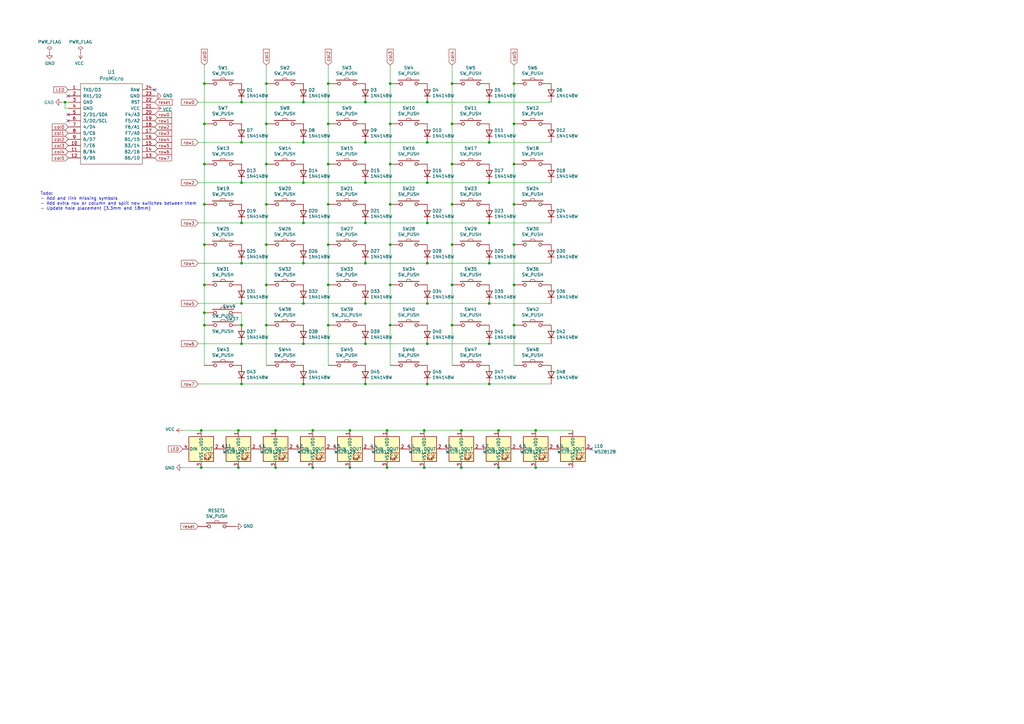
<source format=kicad_sch>
(kicad_sch (version 20211123) (generator eeschema)
  (paper "A3")
  (title_block (title "REVIUNG41") (date "2019-12-18") (rev "1.3"))
  (lib_symbols
    (symbol "Diode:1N4148W" (pin_numbers hide) (pin_names hide)
      (property "Reference" "D" (at 0 2.54 0))
      (property "Value" "1N4148W" (at 0 -2.54 0))
      (symbol "1N4148W_1_1"
        (pin passive line (at -3.81 0 0) (length 2.54) (name "K") (number "1"))
        (pin passive line (at 3.81 0 180) (length 2.54) (name "A") (number "2"))
      )
    )
    (symbol "LED:WS2812B" (pin_names (offset 0.254))
      (property "Reference" "D" (at 5.08 5.715 0))
      (property "Value" "WS2812B" (at 1.27 -5.715 0))
      (symbol "WS2812B_0_0"
        (text "RGB" (at 2.286 -4.191 0) (effects (font (size 0.762 0.762))))
      )
      (symbol "WS2812B_1_1"
        (pin power_in line (at 0 7.62 270) (length 2.54) (name "VDD") (number "1"))
        (pin output line (at 7.62 0 180) (length 2.54) (name "DOUT") (number "2"))
        (pin power_in line (at 0 -7.62 90) (length 2.54) (name "VSS") (number "3"))
        (pin input line (at -7.62 0 0) (length 2.54) (name "DIN") (number "4"))
      )
    )
    (symbol "power:GND" (power) (pin_names (offset 0))
      (property "Value" "GND" (at 0 -3.81 0))
      (symbol "GND_1_1"
        (pin power_in line (at 0 0 270) (length 0) hide (name "GND") (number "1"))
      )
    )
    (symbol "power:PWR_FLAG" (power) (pin_numbers hide) (pin_names (offset 0) hide)
      (property "Value" "PWR_FLAG" (at 0 3.81 0))
      (symbol "PWR_FLAG_0_0"
        (pin power_out line (at 0 0 90) (length 0) (name "pwr") (number "1"))
      )
    )
    (symbol "power:VCC" (power) (pin_names (offset 0))
      (property "Value" "VCC" (at 0 3.81 0))
      (symbol "VCC_1_1"
        (pin power_in line (at 0 0 90) (length 0) hide (name "VCC") (number "1"))
      )
    )
    (symbol "reviung41-rescue:ProMicro-_reviung-kbd" (pin_names (offset 1.016))
      (property "Reference" "U" (at 0 24.13 0))
      (property "Value" "ProMicro-_reviung-kbd" (at 0 -13.97 0))
      (symbol "ProMicro-_reviung-kbd_1_1"
        (pin bidirectional line (at -17.78 19.05 0) (length 5.08) (name "TX0/D3") (number "1"))
        (pin bidirectional line (at -17.78 -3.81 0) (length 5.08) (name "7/E6") (number "10"))
        (pin bidirectional line (at -17.78 -6.35 0) (length 5.08) (name "8/B4") (number "11"))
        (pin bidirectional line (at -17.78 -8.89 0) (length 5.08) (name "9/B5") (number "12"))
        (pin bidirectional line (at 17.78 -8.89 180) (length 5.08) (name "B6/10") (number "13"))
        (pin bidirectional line (at 17.78 -6.35 180) (length 5.08) (name "B2/16") (number "14"))
        (pin bidirectional line (at 17.78 -3.81 180) (length 5.08) (name "B3/14") (number "15"))
        (pin bidirectional line (at 17.78 -1.27 180) (length 5.08) (name "B1/15") (number "16"))
        (pin bidirectional line (at 17.78 1.27 180) (length 5.08) (name "F7/A0") (number "17"))
        (pin bidirectional line (at 17.78 3.81 180) (length 5.08) (name "F6/A1") (number "18"))
        (pin bidirectional line (at 17.78 6.35 180) (length 5.08) (name "F5/A2") (number "19"))
        (pin bidirectional line (at -17.78 16.51 0) (length 5.08) (name "RX1/D2") (number "2"))
        (pin bidirectional line (at 17.78 8.89 180) (length 5.08) (name "F4/A3") (number "20"))
        (pin power_in line (at 17.78 11.43 180) (length 5.08) (name "VCC") (number "21"))
        (pin input line (at 17.78 13.97 180) (length 5.08) (name "RST") (number "22"))
        (pin power_in line (at 17.78 16.51 180) (length 5.08) (name "GND") (number "23"))
        (pin power_out line (at 17.78 19.05 180) (length 5.08) (name "RAW") (number "24"))
        (pin power_in line (at -17.78 13.97 0) (length 5.08) (name "GND") (number "3"))
        (pin power_in line (at -17.78 11.43 0) (length 5.08) (name "GND") (number "4"))
        (pin bidirectional line (at -17.78 8.89 0) (length 5.08) (name "2/D1/SDA") (number "5"))
        (pin bidirectional line (at -17.78 6.35 0) (length 5.08) (name "3/D0/SCL") (number "6"))
        (pin bidirectional line (at -17.78 3.81 0) (length 5.08) (name "4/D4") (number "7"))
        (pin bidirectional line (at -17.78 1.27 0) (length 5.08) (name "5/C6") (number "8"))
        (pin bidirectional line (at -17.78 -1.27 0) (length 5.08) (name "6/D7") (number "9"))
      )
    )
    (symbol "reviung41-rescue:SW_PUSH-_reviung-kbd" (pin_numbers hide) (pin_names (offset 1.016) hide)
      (property "Reference" "SW" (at 3.81 2.794 0))
      (property "Value" "SW_PUSH-_reviung-kbd" (at 0 -2.032 0))
      (symbol "SW_PUSH-_reviung-kbd_0_1"
        (pin passive inverted (at -7.62 0 0) (length 5.08) (name "1") (number "1"))
        (pin passive inverted (at 7.62 0 180) (length 5.08) (name "2") (number "2"))
      )
    )
  )
  (junction (at 219.71 191.77))
  (junction (at 175.26 140.97))
  (junction (at 175.26 74.93))
  (junction (at 204.47 176.53))
  (junction (at 99.06 133.35))
  (junction (at 149.86 124.46))
  (junction (at 124.46 124.46))
  (junction (at 185.42 50.8))
  (junction (at 109.22 67.31))
  (junction (at 124.46 58.42))
  (junction (at 149.86 74.93))
  (junction (at 83.82 128.27))
  (junction (at 83.82 116.84))
  (junction (at 204.47 191.77))
  (junction (at 200.66 74.93))
  (junction (at 99.06 58.42))
  (junction (at 124.46 91.44))
  (junction (at 175.26 41.91))
  (junction (at 99.06 157.48))
  (junction (at 160.02 34.29))
  (junction (at 189.23 191.77))
  (junction (at 97.79 191.77))
  (junction (at 200.66 107.95))
  (junction (at 82.55 176.53))
  (junction (at 113.03 176.53))
  (junction (at 160.02 83.82))
  (junction (at 149.86 107.95))
  (junction (at 134.62 34.29))
  (junction (at 109.22 133.35))
  (junction (at 134.62 116.84))
  (junction (at 128.27 176.53))
  (junction (at 160.02 67.31))
  (junction (at 200.66 124.46))
  (junction (at 185.42 34.29))
  (junction (at 200.66 41.91))
  (junction (at 134.62 133.35))
  (junction (at 185.42 100.33))
  (junction (at 83.82 133.35))
  (junction (at 83.82 100.33))
  (junction (at 149.86 157.48))
  (junction (at 99.06 74.93))
  (junction (at 158.75 176.53))
  (junction (at 210.82 67.31))
  (junction (at 200.66 58.42))
  (junction (at 189.23 176.53))
  (junction (at 185.42 83.82))
  (junction (at 160.02 133.35))
  (junction (at 109.22 50.8))
  (junction (at 109.22 100.33))
  (junction (at 26.67 41.91))
  (junction (at 83.82 83.82))
  (junction (at 149.86 41.91))
  (junction (at 99.06 91.44))
  (junction (at 143.51 191.77))
  (junction (at 160.02 100.33))
  (junction (at 113.03 191.77))
  (junction (at 99.06 107.95))
  (junction (at 124.46 157.48))
  (junction (at 83.82 67.31))
  (junction (at 210.82 50.8))
  (junction (at 134.62 50.8))
  (junction (at 175.26 107.95))
  (junction (at 173.99 191.77))
  (junction (at 134.62 67.31))
  (junction (at 124.46 140.97))
  (junction (at 210.82 116.84))
  (junction (at 160.02 50.8))
  (junction (at 185.42 133.35))
  (junction (at 99.06 140.97))
  (junction (at 149.86 140.97))
  (junction (at 210.82 34.29))
  (junction (at 200.66 157.48))
  (junction (at 200.66 91.44))
  (junction (at 134.62 100.33))
  (junction (at 149.86 91.44))
  (junction (at 124.46 41.91))
  (junction (at 175.26 124.46))
  (junction (at 210.82 100.33))
  (junction (at 210.82 83.82))
  (junction (at 124.46 74.93))
  (junction (at 158.75 191.77))
  (junction (at 160.02 116.84))
  (junction (at 149.86 58.42))
  (junction (at 109.22 34.29))
  (junction (at 99.06 41.91))
  (junction (at 83.82 34.29))
  (junction (at 175.26 157.48))
  (junction (at 173.99 176.53))
  (junction (at 124.46 107.95))
  (junction (at 210.82 133.35))
  (junction (at 175.26 58.42))
  (junction (at 128.27 191.77))
  (junction (at 185.42 67.31))
  (junction (at 175.26 91.44))
  (junction (at 99.06 124.46))
  (junction (at 82.55 191.77))
  (junction (at 185.42 116.84))
  (junction (at 143.51 176.53))
  (junction (at 83.82 50.8))
  (junction (at 97.79 176.53))
  (junction (at 134.62 83.82))
  (junction (at 109.22 116.84))
  (junction (at 200.66 140.97))
  (junction (at 109.22 83.82))
  (junction (at 219.71 176.53))
  (no_connect (at 242.57 184.15))
  (no_connect (at 27.94 49.53))
  (no_connect (at 27.94 46.99))
  (no_connect (at 27.94 39.37))
  (no_connect (at 63.5 36.83))
  (wire (pts (xy 134.62 83.82) (xy 134.62 100.33)))
  (wire (pts (xy 185.42 100.33) (xy 185.42 116.84)))
  (wire (pts (xy 26.67 44.45) (xy 26.67 41.91)))
  (wire (pts (xy 109.22 100.33) (xy 109.22 116.84)))
  (wire (pts (xy 113.03 176.53) (xy 128.27 176.53)))
  (wire (pts (xy 149.86 107.95) (xy 175.26 107.95)))
  (wire (pts (xy 160.02 34.29) (xy 160.02 50.8)))
  (wire (pts (xy 109.22 50.8) (xy 109.22 67.31)))
  (wire (pts (xy 124.46 140.97) (xy 149.86 140.97)))
  (wire (pts (xy 83.82 67.31) (xy 83.82 83.82)))
  (wire (pts (xy 113.03 191.77) (xy 97.79 191.77)))
  (wire (pts (xy 143.51 191.77) (xy 158.75 191.77)))
  (wire (pts (xy 160.02 26.67) (xy 160.02 34.29)))
  (wire (pts (xy 210.82 34.29) (xy 210.82 50.8)))
  (wire (pts (xy 99.06 124.46) (xy 124.46 124.46)))
  (wire (pts (xy 109.22 26.67) (xy 109.22 34.29)))
  (wire (pts (xy 160.02 83.82) (xy 160.02 100.33)))
  (wire (pts (xy 81.28 157.48) (xy 99.06 157.48)))
  (wire (pts (xy 83.82 50.8) (xy 83.82 67.31)))
  (wire (pts (xy 210.82 83.82) (xy 210.82 100.33)))
  (wire (pts (xy 200.66 41.91) (xy 226.06 41.91)))
  (wire (pts (xy 175.26 107.95) (xy 200.66 107.95)))
  (wire (pts (xy 81.28 124.46) (xy 99.06 124.46)))
  (wire (pts (xy 109.22 133.35) (xy 109.22 149.86)))
  (wire (pts (xy 83.82 133.35) (xy 83.82 149.86)))
  (wire (pts (xy 189.23 191.77) (xy 204.47 191.77)))
  (wire (pts (xy 109.22 83.82) (xy 109.22 100.33)))
  (wire (pts (xy 27.94 41.91) (xy 26.67 41.91)))
  (wire (pts (xy 99.06 91.44) (xy 124.46 91.44)))
  (wire (pts (xy 175.26 157.48) (xy 200.66 157.48)))
  (wire (pts (xy 149.86 124.46) (xy 175.26 124.46)))
  (wire (pts (xy 113.03 191.77) (xy 128.27 191.77)))
  (wire (pts (xy 149.86 58.42) (xy 175.26 58.42)))
  (wire (pts (xy 99.06 58.42) (xy 124.46 58.42)))
  (wire (pts (xy 175.26 58.42) (xy 200.66 58.42)))
  (wire (pts (xy 99.06 107.95) (xy 124.46 107.95)))
  (wire (pts (xy 124.46 157.48) (xy 149.86 157.48)))
  (wire (pts (xy 200.66 107.95) (xy 226.06 107.95)))
  (wire (pts (xy 124.46 74.93) (xy 149.86 74.93)))
  (wire (pts (xy 134.62 26.67) (xy 134.62 34.29)))
  (wire (pts (xy 160.02 67.31) (xy 160.02 83.82)))
  (wire (pts (xy 200.66 91.44) (xy 226.06 91.44)))
  (wire (pts (xy 124.46 124.46) (xy 149.86 124.46)))
  (wire (pts (xy 185.42 133.35) (xy 185.42 149.86)))
  (wire (pts (xy 83.82 128.27) (xy 83.82 133.35)))
  (wire (pts (xy 204.47 176.53) (xy 219.71 176.53)))
  (wire (pts (xy 210.82 26.67) (xy 210.82 34.29)))
  (wire (pts (xy 200.66 140.97) (xy 226.06 140.97)))
  (wire (pts (xy 99.06 41.91) (xy 124.46 41.91)))
  (wire (pts (xy 175.26 91.44) (xy 200.66 91.44)))
  (wire (pts (xy 160.02 100.33) (xy 160.02 116.84)))
  (wire (pts (xy 200.66 124.46) (xy 226.06 124.46)))
  (wire (pts (xy 173.99 176.53) (xy 189.23 176.53)))
  (wire (pts (xy 210.82 116.84) (xy 210.82 100.33)))
  (wire (pts (xy 134.62 50.8) (xy 134.62 67.31)))
  (wire (pts (xy 128.27 191.77) (xy 143.51 191.77)))
  (wire (pts (xy 81.28 74.93) (xy 99.06 74.93)))
  (wire (pts (xy 185.42 50.8) (xy 185.42 67.31)))
  (wire (pts (xy 26.67 41.91) (xy 25.4 41.91)))
  (wire (pts (xy 99.06 74.93) (xy 124.46 74.93)))
  (wire (pts (xy 134.62 133.35) (xy 134.62 149.86)))
  (wire (pts (xy 83.82 34.29) (xy 83.82 50.8)))
  (wire (pts (xy 149.86 74.93) (xy 175.26 74.93)))
  (wire (pts (xy 82.55 191.77) (xy 97.79 191.77)))
  (wire (pts (xy 185.42 116.84) (xy 185.42 133.35)))
  (wire (pts (xy 149.86 91.44) (xy 175.26 91.44)))
  (wire (pts (xy 83.82 26.67) (xy 83.82 34.29)))
  (wire (pts (xy 134.62 116.84) (xy 134.62 133.35)))
  (wire (pts (xy 83.82 100.33) (xy 83.82 116.84)))
  (wire (pts (xy 97.79 176.53) (xy 113.03 176.53)))
  (wire (pts (xy 109.22 34.29) (xy 109.22 50.8)))
  (wire (pts (xy 204.47 191.77) (xy 219.71 191.77)))
  (wire (pts (xy 109.22 67.31) (xy 109.22 83.82)))
  (wire (pts (xy 81.28 140.97) (xy 99.06 140.97)))
  (wire (pts (xy 83.82 83.82) (xy 83.82 100.33)))
  (wire (pts (xy 160.02 116.84) (xy 160.02 133.35)))
  (wire (pts (xy 124.46 107.95) (xy 149.86 107.95)))
  (wire (pts (xy 134.62 100.33) (xy 134.62 116.84)))
  (wire (pts (xy 189.23 176.53) (xy 204.47 176.53)))
  (wire (pts (xy 175.26 140.97) (xy 200.66 140.97)))
  (wire (pts (xy 175.26 41.91) (xy 200.66 41.91)))
  (wire (pts (xy 128.27 176.53) (xy 143.51 176.53)))
  (wire (pts (xy 124.46 41.91) (xy 149.86 41.91)))
  (wire (pts (xy 149.86 140.97) (xy 175.26 140.97)))
  (wire (pts (xy 74.93 191.77) (xy 82.55 191.77)))
  (wire (pts (xy 143.51 176.53) (xy 158.75 176.53)))
  (wire (pts (xy 175.26 74.93) (xy 200.66 74.93)))
  (wire (pts (xy 185.42 34.29) (xy 185.42 50.8)))
  (wire (pts (xy 160.02 50.8) (xy 160.02 67.31)))
  (wire (pts (xy 99.06 157.48) (xy 124.46 157.48)))
  (wire (pts (xy 82.55 176.53) (xy 97.79 176.53)))
  (wire (pts (xy 81.28 41.91) (xy 99.06 41.91)))
  (wire (pts (xy 99.06 140.97) (xy 124.46 140.97)))
  (wire (pts (xy 210.82 149.86) (xy 210.82 133.35)))
  (wire (pts (xy 124.46 91.44) (xy 149.86 91.44)))
  (wire (pts (xy 109.22 116.84) (xy 109.22 133.35)))
  (wire (pts (xy 149.86 41.91) (xy 175.26 41.91)))
  (wire (pts (xy 81.28 91.44) (xy 99.06 91.44)))
  (wire (pts (xy 173.99 191.77) (xy 189.23 191.77)))
  (wire (pts (xy 158.75 191.77) (xy 173.99 191.77)))
  (wire (pts (xy 99.06 128.27) (xy 99.06 133.35)))
  (wire (pts (xy 185.42 26.67) (xy 185.42 34.29)))
  (wire (pts (xy 219.71 191.77) (xy 234.95 191.77)))
  (wire (pts (xy 210.82 50.8) (xy 210.82 67.31)))
  (wire (pts (xy 134.62 34.29) (xy 134.62 50.8)))
  (wire (pts (xy 149.86 157.48) (xy 175.26 157.48)))
  (wire (pts (xy 134.62 67.31) (xy 134.62 83.82)))
  (wire (pts (xy 185.42 67.31) (xy 185.42 83.82)))
  (wire (pts (xy 81.28 58.42) (xy 99.06 58.42)))
  (wire (pts (xy 158.75 176.53) (xy 173.99 176.53)))
  (wire (pts (xy 210.82 116.84) (xy 210.82 133.35)))
  (wire (pts (xy 185.42 83.82) (xy 185.42 100.33)))
  (wire (pts (xy 175.26 124.46) (xy 200.66 124.46)))
  (wire (pts (xy 81.28 107.95) (xy 99.06 107.95)))
  (wire (pts (xy 74.93 176.53) (xy 82.55 176.53)))
  (wire (pts (xy 210.82 67.31) (xy 210.82 83.82)))
  (wire (pts (xy 160.02 133.35) (xy 160.02 149.86)))
  (wire (pts (xy 83.82 116.84) (xy 83.82 128.27)))
  (wire (pts (xy 200.66 74.93) (xy 226.06 74.93)))
  (wire (pts (xy 200.66 58.42) (xy 226.06 58.42)))
  (wire (pts (xy 200.66 157.48) (xy 226.06 157.48)))
  (wire (pts (xy 124.46 58.42) (xy 149.86 58.42)))
  (wire (pts (xy 27.94 44.45) (xy 26.67 44.45)))
  (wire (pts (xy 219.71 176.53) (xy 234.95 176.53)))
  (text "Todo:\n- Add and link missing symbols\n- Add extra row or column and split new switches between them\n- Update hole placement (3.3mm and 18mm)" (at 16.51 86.36 0) (effects (font (size 1.27 1.27)) (justify left bottom)))
  (global_label "row3" (shape input) (at 63.5 54.61 0) (property "Intersheet References" "${INTERSHEET_REFS}" (effects hide)))
  (global_label "col4" (shape input) (at 185.42 26.67 90) (property "Intersheet References" "${INTERSHEET_REFS}" (effects hide)))
  (global_label "row4" (shape input) (at 81.28 107.95 180) (property "Intersheet References" "${INTERSHEET_REFS}" (effects hide)))
  (global_label "row0" (shape input) (at 81.28 41.91 180) (property "Intersheet References" "${INTERSHEET_REFS}" (effects hide)))
  (global_label "LED" (shape input) (at 27.94 36.83 180) (property "Intersheet References" "${INTERSHEET_REFS}" (effects hide)))
  (global_label "reset" (shape input) (at 63.5 41.91 0) (property "Intersheet References" "${INTERSHEET_REFS}" (effects hide)))
  (global_label "row5" (shape input) (at 81.28 124.46 180) (property "Intersheet References" "${INTERSHEET_REFS}" (effects hide)))
  (global_label "row3" (shape input) (at 81.28 91.44 180) (property "Intersheet References" "${INTERSHEET_REFS}" (effects hide)))
  (global_label "reset" (shape input) (at 81.28 215.9 180) (property "Intersheet References" "${INTERSHEET_REFS}" (effects hide)))
  (global_label "col5" (shape input) (at 27.94 64.77 180) (property "Intersheet References" "${INTERSHEET_REFS}" (effects hide)))
  (global_label "col0" (shape input) (at 83.82 26.67 90) (property "Intersheet References" "${INTERSHEET_REFS}" (effects hide)))
  (global_label "col1" (shape input) (at 27.94 54.61 180) (property "Intersheet References" "${INTERSHEET_REFS}" (effects hide)))
  (global_label "row0" (shape input) (at 63.5 46.99 0) (property "Intersheet References" "${INTERSHEET_REFS}" (effects hide)))
  (global_label "col3" (shape input) (at 27.94 59.69 180) (property "Intersheet References" "${INTERSHEET_REFS}" (effects hide)))
  (global_label "col1" (shape input) (at 109.22 26.67 90) (property "Intersheet References" "${INTERSHEET_REFS}" (effects hide)))
  (global_label "col4" (shape input) (at 27.94 62.23 180) (property "Intersheet References" "${INTERSHEET_REFS}" (effects hide)))
  (global_label "LED" (shape input) (at 74.93 184.15 180) (property "Intersheet References" "${INTERSHEET_REFS}" (effects hide)))
  (global_label "row2" (shape input) (at 81.28 74.93 180) (property "Intersheet References" "${INTERSHEET_REFS}" (effects hide)))
  (global_label "row1" (shape input) (at 81.28 58.42 180) (property "Intersheet References" "${INTERSHEET_REFS}" (effects hide)))
  (global_label "col2" (shape input) (at 27.94 57.15 180) (property "Intersheet References" "${INTERSHEET_REFS}" (effects hide)))
  (global_label "col2" (shape input) (at 134.62 26.67 90) (property "Intersheet References" "${INTERSHEET_REFS}" (effects hide)))
  (global_label "row6" (shape input) (at 63.5 62.23 0) (property "Intersheet References" "${INTERSHEET_REFS}" (effects hide)))
  (global_label "col3" (shape input) (at 160.02 26.67 90) (property "Intersheet References" "${INTERSHEET_REFS}" (effects hide)))
  (global_label "row4" (shape input) (at 63.5 57.15 0) (property "Intersheet References" "${INTERSHEET_REFS}" (effects hide)))
  (global_label "row7" (shape input) (at 63.5 64.77 0) (property "Intersheet References" "${INTERSHEET_REFS}" (effects hide)))
  (global_label "row1" (shape input) (at 63.5 49.53 0) (property "Intersheet References" "${INTERSHEET_REFS}" (effects hide)))
  (global_label "row2" (shape input) (at 63.5 52.07 0) (property "Intersheet References" "${INTERSHEET_REFS}" (effects hide)))
  (global_label "col0" (shape input) (at 27.94 52.07 180) (property "Intersheet References" "${INTERSHEET_REFS}" (effects hide)))
  (global_label "col5" (shape input) (at 210.82 26.67 90) (property "Intersheet References" "${INTERSHEET_REFS}" (effects hide)))
  (global_label "row5" (shape input) (at 63.5 59.69 0) (property "Intersheet References" "${INTERSHEET_REFS}" (effects hide)))
  (global_label "row7" (shape input) (at 81.28 157.48 180) (property "Intersheet References" "${INTERSHEET_REFS}" (effects hide)))
  (global_label "row6" (shape input) (at 81.28 140.97 180) (property "Intersheet References" "${INTERSHEET_REFS}" (effects hide)))
  (symbol (lib_id "power:PWR_FLAG") (at 20.32 21.59 0) (unit 1)
    (property "Reference" "#FLG01" (effects hide))
    (property "Value" "PWR_FLAG" (at 20.32 17.1958 0))
  )
  (symbol (lib_id "power:GND") (at 20.32 21.59 0) (unit 1)
    (property "Reference" "#PWR01" (effects hide))
    (property "Value" "GND" (at 20.447 25.9842 0))
  )
  (symbol (lib_id "power:PWR_FLAG") (at 33.02 21.59 0) (unit 1)
    (property "Reference" "#FLG02" (effects hide))
    (property "Value" "PWR_FLAG" (at 33.02 17.1958 0))
  )
  (symbol (lib_id "power:VCC") (at 33.02 21.59 180) (unit 1)
    (property "Reference" "#PWR02" (effects hide))
    (property "Value" "VCC" (at 32.5628 25.9842 0))
  )
  (symbol (lib_id "reviung41-rescue:ProMicro-_reviung-kbd") (at 45.72 55.88 0) (unit 1)
    (property "Reference" "U1" (at 45.72 29.5402 0) (effects (font (size 1.524 1.524))))
    (property "Value" "ProMicro" (at 45.72 32.2326 0) (effects (font (size 1.524 1.524))))
    (property "Footprint" "_reviung-kbd:ProMicro" (effects hide))
  )
  (symbol (lib_id "power:GND") (at 63.5 39.37 90) (unit 1)
    (property "Reference" "#PWR03" (effects hide))
    (property "Value" "GND" (at 66.7512 39.243 90) (effects (justify right)))
  )
  (symbol (lib_id "power:VCC") (at 63.5 44.45 270) (unit 1)
    (property "Reference" "#PWR05" (effects hide))
    (property "Value" "VCC" (at 66.7512 44.8818 90) (effects (justify left)))
  )
  (symbol (lib_id "power:GND") (at 25.4 41.91 270) (unit 1)
    (property "Reference" "#PWR04" (effects hide))
    (property "Value" "GND" (at 22.1488 42.037 90) (effects (justify right)))
  )
  (symbol (lib_id "reviung41-rescue:SW_PUSH-_reviung-kbd") (at 91.44 34.29 0) (unit 1)
    (property "Reference" "SW1" (at 91.44 27.813 0))
    (property "Value" "SW_PUSH" (at 91.44 30.1244 0))
    (property "Footprint" "_reviung-kbd:MXOnly-1U-Hotswap" (effects hide))
  )
  (symbol (lib_id "Diode:1N4148W") (at 99.06 38.1 90) (unit 1)
    (property "Reference" "D1" (at 101.092 36.9316 90) (effects (justify right)))
    (property "Value" "1N4148W" (at 101.092 39.243 90) (effects (justify right)))
    (property "Footprint" "_reviung-kbd:D3_SMD_1side" (effects hide))
    (property "Datasheet" "https://www.vishay.com/docs/85748/1n4148w.pdf" (effects hide))
  )
  (symbol (lib_id "reviung41-rescue:SW_PUSH-_reviung-kbd") (at 116.84 34.29 0) (unit 1)
    (property "Reference" "SW2" (at 116.84 27.813 0))
    (property "Value" "SW_PUSH" (at 116.84 30.1244 0))
    (property "Footprint" "_reviung-kbd:MXOnly-1U-Hotswap" (effects hide))
  )
  (symbol (lib_id "Diode:1N4148W") (at 124.46 38.1 90) (unit 1)
    (property "Reference" "D2" (at 126.492 36.9316 90) (effects (justify right)))
    (property "Value" "1N4148W" (at 126.492 39.243 90) (effects (justify right)))
    (property "Footprint" "_reviung-kbd:D3_SMD_1side" (effects hide))
    (property "Datasheet" "https://www.vishay.com/docs/85748/1n4148w.pdf" (effects hide))
  )
  (symbol (lib_id "reviung41-rescue:SW_PUSH-_reviung-kbd") (at 142.24 34.29 0) (unit 1)
    (property "Reference" "SW3" (at 142.24 27.813 0))
    (property "Value" "SW_PUSH" (at 142.24 30.1244 0))
    (property "Footprint" "_reviung-kbd:MXOnly-1U-Hotswap" (effects hide))
  )
  (symbol (lib_id "Diode:1N4148W") (at 149.86 38.1 90) (unit 1)
    (property "Reference" "D3" (at 151.892 36.9316 90) (effects (justify right)))
    (property "Value" "1N4148W" (at 151.892 39.243 90) (effects (justify right)))
    (property "Footprint" "_reviung-kbd:D3_SMD_1side" (effects hide))
    (property "Datasheet" "https://www.vishay.com/docs/85748/1n4148w.pdf" (effects hide))
  )
  (symbol (lib_id "reviung41-rescue:SW_PUSH-_reviung-kbd") (at 167.64 34.29 0) (unit 1)
    (property "Reference" "SW4" (at 167.64 27.813 0))
    (property "Value" "SW_PUSH" (at 167.64 30.1244 0))
    (property "Footprint" "_reviung-kbd:MXOnly-1U-Hotswap" (effects hide))
  )
  (symbol (lib_id "Diode:1N4148W") (at 175.26 38.1 90) (unit 1)
    (property "Reference" "D4" (at 177.292 36.9316 90) (effects (justify right)))
    (property "Value" "1N4148W" (at 177.292 39.243 90) (effects (justify right)))
    (property "Footprint" "_reviung-kbd:D3_SMD_1side" (effects hide))
    (property "Datasheet" "https://www.vishay.com/docs/85748/1n4148w.pdf" (effects hide))
  )
  (symbol (lib_id "reviung41-rescue:SW_PUSH-_reviung-kbd") (at 193.04 34.29 0) (unit 1)
    (property "Reference" "SW5" (at 193.04 27.813 0))
    (property "Value" "SW_PUSH" (at 193.04 30.1244 0))
    (property "Footprint" "_reviung-kbd:MXOnly-1U-Hotswap" (effects hide))
  )
  (symbol (lib_id "Diode:1N4148W") (at 200.66 38.1 90) (unit 1)
    (property "Reference" "D5" (at 202.692 36.9316 90) (effects (justify right)))
    (property "Value" "1N4148W" (at 202.692 39.243 90) (effects (justify right)))
    (property "Footprint" "_reviung-kbd:D3_SMD_1side" (effects hide))
    (property "Datasheet" "https://www.vishay.com/docs/85748/1n4148w.pdf" (effects hide))
  )
  (symbol (lib_id "reviung41-rescue:SW_PUSH-_reviung-kbd") (at 218.44 34.29 0) (unit 1)
    (property "Reference" "SW6" (at 218.44 27.813 0))
    (property "Value" "SW_PUSH" (at 218.44 30.1244 0))
    (property "Footprint" "_reviung-kbd:MXOnly-1U-Hotswap" (effects hide))
  )
  (symbol (lib_id "Diode:1N4148W") (at 226.06 38.1 90) (unit 1)
    (property "Reference" "D6" (at 228.092 36.9316 90) (effects (justify right)))
    (property "Value" "1N4148W" (at 228.092 39.243 90) (effects (justify right)))
    (property "Footprint" "_reviung-kbd:D3_SMD_1side" (effects hide))
    (property "Datasheet" "https://www.vishay.com/docs/85748/1n4148w.pdf" (effects hide))
  )
  (symbol (lib_id "Diode:1N4148W") (at 175.26 54.61 90) (unit 1)
    (property "Reference" "D10" (at 177.292 53.4416 90) (effects (justify right)))
    (property "Value" "1N4148W" (at 177.292 55.753 90) (effects (justify right)))
    (property "Footprint" "_reviung-kbd:D3_SMD_1side" (effects hide))
    (property "Datasheet" "https://www.vishay.com/docs/85748/1n4148w.pdf" (effects hide))
  )
  (symbol (lib_id "reviung41-rescue:SW_PUSH-_reviung-kbd") (at 167.64 50.8 0) (unit 1)
    (property "Reference" "SW10" (at 167.64 44.323 0))
    (property "Value" "SW_PUSH" (at 167.64 46.6344 0))
    (property "Footprint" "_reviung-kbd:MXOnly-1U-Hotswap" (effects hide))
  )
  (symbol (lib_id "Diode:1N4148W") (at 149.86 54.61 90) (unit 1)
    (property "Reference" "D9" (at 151.892 53.4416 90) (effects (justify right)))
    (property "Value" "1N4148W" (at 151.892 55.753 90) (effects (justify right)))
    (property "Footprint" "_reviung-kbd:D3_SMD_1side" (effects hide))
    (property "Datasheet" "https://www.vishay.com/docs/85748/1n4148w.pdf" (effects hide))
  )
  (symbol (lib_id "reviung41-rescue:SW_PUSH-_reviung-kbd") (at 142.24 50.8 0) (unit 1)
    (property "Reference" "SW9" (at 142.24 44.323 0))
    (property "Value" "SW_PUSH" (at 142.24 46.6344 0))
    (property "Footprint" "_reviung-kbd:MXOnly-1U-Hotswap" (effects hide))
  )
  (symbol (lib_id "Diode:1N4148W") (at 124.46 54.61 90) (unit 1)
    (property "Reference" "D8" (at 126.492 53.4416 90) (effects (justify right)))
    (property "Value" "1N4148W" (at 126.492 55.753 90) (effects (justify right)))
    (property "Footprint" "_reviung-kbd:D3_SMD_1side" (effects hide))
    (property "Datasheet" "https://www.vishay.com/docs/85748/1n4148w.pdf" (effects hide))
  )
  (symbol (lib_id "reviung41-rescue:SW_PUSH-_reviung-kbd") (at 116.84 50.8 0) (unit 1)
    (property "Reference" "SW8" (at 116.84 44.323 0))
    (property "Value" "SW_PUSH" (at 116.84 46.6344 0))
    (property "Footprint" "_reviung-kbd:MXOnly-1U-Hotswap" (effects hide))
  )
  (symbol (lib_id "Diode:1N4148W") (at 99.06 54.61 90) (unit 1)
    (property "Reference" "D7" (at 101.092 53.4416 90) (effects (justify right)))
    (property "Value" "1N4148W" (at 101.092 55.753 90) (effects (justify right)))
    (property "Footprint" "_reviung-kbd:D3_SMD_1side" (effects hide))
    (property "Datasheet" "https://www.vishay.com/docs/85748/1n4148w.pdf" (effects hide))
  )
  (symbol (lib_id "reviung41-rescue:SW_PUSH-_reviung-kbd") (at 91.44 50.8 0) (unit 1)
    (property "Reference" "SW7" (at 91.44 44.323 0))
    (property "Value" "SW_PUSH" (at 91.44 46.6344 0))
    (property "Footprint" "_reviung-kbd:MXOnly-1U-Hotswap" (effects hide))
  )
  (symbol (lib_id "reviung41-rescue:SW_PUSH-_reviung-kbd") (at 193.04 50.8 0) (unit 1)
    (property "Reference" "SW11" (at 193.04 44.323 0))
    (property "Value" "SW_PUSH" (at 193.04 46.6344 0))
    (property "Footprint" "_reviung-kbd:MXOnly-1U-Hotswap" (effects hide))
  )
  (symbol (lib_id "Diode:1N4148W") (at 200.66 54.61 90) (unit 1)
    (property "Reference" "D11" (at 202.692 53.4416 90) (effects (justify right)))
    (property "Value" "1N4148W" (at 202.692 55.753 90) (effects (justify right)))
    (property "Footprint" "_reviung-kbd:D3_SMD_1side" (effects hide))
    (property "Datasheet" "https://www.vishay.com/docs/85748/1n4148w.pdf" (effects hide))
  )
  (symbol (lib_id "reviung41-rescue:SW_PUSH-_reviung-kbd") (at 218.44 50.8 0) (unit 1)
    (property "Reference" "SW12" (at 218.44 44.323 0))
    (property "Value" "SW_PUSH" (at 218.44 46.6344 0))
    (property "Footprint" "_reviung-kbd:MXOnly-1U-Hotswap" (effects hide))
  )
  (symbol (lib_id "Diode:1N4148W") (at 226.06 54.61 90) (unit 1)
    (property "Reference" "D12" (at 228.092 53.4416 90) (effects (justify right)))
    (property "Value" "1N4148W" (at 228.092 55.753 90) (effects (justify right)))
    (property "Footprint" "_reviung-kbd:D3_SMD_1side" (effects hide))
    (property "Datasheet" "https://www.vishay.com/docs/85748/1n4148w.pdf" (effects hide))
  )
  (symbol (lib_id "Diode:1N4148W") (at 175.26 71.12 90) (unit 1)
    (property "Reference" "D16" (at 177.292 69.9516 90) (effects (justify right)))
    (property "Value" "1N4148W" (at 177.292 72.263 90) (effects (justify right)))
    (property "Footprint" "_reviung-kbd:D3_SMD_1side" (effects hide))
    (property "Datasheet" "https://www.vishay.com/docs/85748/1n4148w.pdf" (effects hide))
  )
  (symbol (lib_id "reviung41-rescue:SW_PUSH-_reviung-kbd") (at 167.64 67.31 0) (unit 1)
    (property "Reference" "SW16" (at 167.64 60.833 0))
    (property "Value" "SW_PUSH" (at 167.64 63.1444 0))
    (property "Footprint" "_reviung-kbd:MXOnly-1U-Hotswap" (effects hide))
  )
  (symbol (lib_id "Diode:1N4148W") (at 149.86 71.12 90) (unit 1)
    (property "Reference" "D15" (at 151.892 69.9516 90) (effects (justify right)))
    (property "Value" "1N4148W" (at 151.892 72.263 90) (effects (justify right)))
    (property "Footprint" "_reviung-kbd:D3_SMD_1side" (effects hide))
    (property "Datasheet" "https://www.vishay.com/docs/85748/1n4148w.pdf" (effects hide))
  )
  (symbol (lib_id "reviung41-rescue:SW_PUSH-_reviung-kbd") (at 142.24 67.31 0) (unit 1)
    (property "Reference" "SW15" (at 142.24 60.833 0))
    (property "Value" "SW_PUSH" (at 142.24 63.1444 0))
    (property "Footprint" "_reviung-kbd:MXOnly-1U-Hotswap" (effects hide))
  )
  (symbol (lib_id "Diode:1N4148W") (at 124.46 71.12 90) (unit 1)
    (property "Reference" "D14" (at 126.492 69.9516 90) (effects (justify right)))
    (property "Value" "1N4148W" (at 126.492 72.263 90) (effects (justify right)))
    (property "Footprint" "_reviung-kbd:D3_SMD_1side" (effects hide))
    (property "Datasheet" "https://www.vishay.com/docs/85748/1n4148w.pdf" (effects hide))
  )
  (symbol (lib_id "reviung41-rescue:SW_PUSH-_reviung-kbd") (at 116.84 67.31 0) (unit 1)
    (property "Reference" "SW14" (at 116.84 60.833 0))
    (property "Value" "SW_PUSH" (at 116.84 63.1444 0))
    (property "Footprint" "_reviung-kbd:MXOnly-1U-Hotswap" (effects hide))
  )
  (symbol (lib_id "Diode:1N4148W") (at 99.06 71.12 90) (unit 1)
    (property "Reference" "D13" (at 101.092 69.9516 90) (effects (justify right)))
    (property "Value" "1N4148W" (at 101.092 72.263 90) (effects (justify right)))
    (property "Footprint" "_reviung-kbd:D3_SMD_1side" (effects hide))
    (property "Datasheet" "https://www.vishay.com/docs/85748/1n4148w.pdf" (effects hide))
  )
  (symbol (lib_id "reviung41-rescue:SW_PUSH-_reviung-kbd") (at 91.44 67.31 0) (unit 1)
    (property "Reference" "SW13" (at 91.44 60.833 0))
    (property "Value" "SW_PUSH" (at 91.44 63.1444 0))
    (property "Footprint" "_reviung-kbd:MXOnly-1U-Hotswap" (effects hide))
  )
  (symbol (lib_id "reviung41-rescue:SW_PUSH-_reviung-kbd") (at 193.04 67.31 0) (unit 1)
    (property "Reference" "SW17" (at 193.04 60.833 0))
    (property "Value" "SW_PUSH" (at 193.04 63.1444 0))
    (property "Footprint" "_reviung-kbd:MXOnly-1U-Hotswap" (effects hide))
  )
  (symbol (lib_id "Diode:1N4148W") (at 200.66 71.12 90) (unit 1)
    (property "Reference" "D17" (at 202.692 69.9516 90) (effects (justify right)))
    (property "Value" "1N4148W" (at 202.692 72.263 90) (effects (justify right)))
    (property "Footprint" "_reviung-kbd:D3_SMD_1side" (effects hide))
    (property "Datasheet" "https://www.vishay.com/docs/85748/1n4148w.pdf" (effects hide))
  )
  (symbol (lib_id "reviung41-rescue:SW_PUSH-_reviung-kbd") (at 218.44 67.31 0) (unit 1)
    (property "Reference" "SW18" (at 218.44 60.833 0))
    (property "Value" "SW_PUSH" (at 218.44 63.1444 0))
    (property "Footprint" "_reviung-kbd:MXOnly-1U-Hotswap" (effects hide))
  )
  (symbol (lib_id "Diode:1N4148W") (at 226.06 71.12 90) (unit 1)
    (property "Reference" "D18" (at 228.092 69.9516 90) (effects (justify right)))
    (property "Value" "1N4148W" (at 228.092 72.263 90) (effects (justify right)))
    (property "Footprint" "_reviung-kbd:D3_SMD_1side" (effects hide))
    (property "Datasheet" "https://www.vishay.com/docs/85748/1n4148w.pdf" (effects hide))
  )
  (symbol (lib_id "Diode:1N4148W") (at 175.26 87.63 90) (unit 1)
    (property "Reference" "D22" (at 177.292 86.4616 90) (effects (justify right)))
    (property "Value" "1N4148W" (at 177.292 88.773 90) (effects (justify right)))
    (property "Footprint" "_reviung-kbd:D3_SMD_1side" (effects hide))
    (property "Datasheet" "https://www.vishay.com/docs/85748/1n4148w.pdf" (effects hide))
  )
  (symbol (lib_id "reviung41-rescue:SW_PUSH-_reviung-kbd") (at 167.64 83.82 0) (unit 1)
    (property "Reference" "SW22" (at 167.64 77.343 0))
    (property "Value" "SW_PUSH" (at 167.64 79.6544 0))
    (property "Footprint" "_reviung-kbd:MXOnly-1U-Hotswap" (effects hide))
  )
  (symbol (lib_id "Diode:1N4148W") (at 149.86 87.63 90) (unit 1)
    (property "Reference" "D21" (at 151.892 86.4616 90) (effects (justify right)))
    (property "Value" "1N4148W" (at 151.892 88.773 90) (effects (justify right)))
    (property "Footprint" "_reviung-kbd:D3_SMD_1side" (effects hide))
    (property "Datasheet" "https://www.vishay.com/docs/85748/1n4148w.pdf" (effects hide))
  )
  (symbol (lib_id "reviung41-rescue:SW_PUSH-_reviung-kbd") (at 142.24 83.82 0) (unit 1)
    (property "Reference" "SW21" (at 142.24 77.343 0))
    (property "Value" "SW_PUSH" (at 142.24 79.6544 0))
    (property "Footprint" "_reviung-kbd:MXOnly-1U-Hotswap" (effects hide))
  )
  (symbol (lib_id "Diode:1N4148W") (at 124.46 87.63 90) (unit 1)
    (property "Reference" "D20" (at 126.492 86.4616 90) (effects (justify right)))
    (property "Value" "1N4148W" (at 126.492 88.773 90) (effects (justify right)))
    (property "Footprint" "_reviung-kbd:D3_SMD_1side" (effects hide))
    (property "Datasheet" "https://www.vishay.com/docs/85748/1n4148w.pdf" (effects hide))
  )
  (symbol (lib_id "reviung41-rescue:SW_PUSH-_reviung-kbd") (at 116.84 83.82 0) (unit 1)
    (property "Reference" "SW20" (at 116.84 77.343 0))
    (property "Value" "SW_PUSH" (at 116.84 79.6544 0))
    (property "Footprint" "_reviung-kbd:MXOnly-1U-Hotswap" (effects hide))
  )
  (symbol (lib_id "Diode:1N4148W") (at 99.06 87.63 90) (unit 1)
    (property "Reference" "D19" (at 101.092 86.4616 90) (effects (justify right)))
    (property "Value" "1N4148W" (at 101.092 88.773 90) (effects (justify right)))
    (property "Footprint" "_reviung-kbd:D3_SMD_1side" (effects hide))
    (property "Datasheet" "https://www.vishay.com/docs/85748/1n4148w.pdf" (effects hide))
  )
  (symbol (lib_id "reviung41-rescue:SW_PUSH-_reviung-kbd") (at 91.44 83.82 0) (unit 1)
    (property "Reference" "SW19" (at 91.44 77.343 0))
    (property "Value" "SW_PUSH" (at 91.44 79.6544 0))
    (property "Footprint" "_reviung-kbd:MXOnly-1U-Hotswap" (effects hide))
  )
  (symbol (lib_id "reviung41-rescue:SW_PUSH-_reviung-kbd") (at 193.04 83.82 0) (unit 1)
    (property "Reference" "SW23" (at 193.04 77.343 0))
    (property "Value" "SW_PUSH" (at 193.04 79.6544 0))
    (property "Footprint" "_reviung-kbd:MXOnly-1U-Hotswap" (effects hide))
  )
  (symbol (lib_id "Diode:1N4148W") (at 200.66 87.63 90) (unit 1)
    (property "Reference" "D23" (at 202.692 86.4616 90) (effects (justify right)))
    (property "Value" "1N4148W" (at 202.692 88.773 90) (effects (justify right)))
    (property "Footprint" "_reviung-kbd:D3_SMD_1side" (effects hide))
    (property "Datasheet" "https://www.vishay.com/docs/85748/1n4148w.pdf" (effects hide))
  )
  (symbol (lib_id "reviung41-rescue:SW_PUSH-_reviung-kbd") (at 218.44 83.82 0) (unit 1)
    (property "Reference" "SW24" (at 218.44 77.343 0))
    (property "Value" "SW_PUSH" (at 218.44 79.6544 0))
    (property "Footprint" "_reviung-kbd:MXOnly-1U-Hotswap" (effects hide))
  )
  (symbol (lib_id "Diode:1N4148W") (at 226.06 87.63 90) (unit 1)
    (property "Reference" "D24" (at 228.092 86.4616 90) (effects (justify right)))
    (property "Value" "1N4148W" (at 228.092 88.773 90) (effects (justify right)))
    (property "Footprint" "_reviung-kbd:D3_SMD_1side" (effects hide))
    (property "Datasheet" "https://www.vishay.com/docs/85748/1n4148w.pdf" (effects hide))
  )
  (symbol (lib_id "Diode:1N4148W") (at 175.26 104.14 90) (unit 1)
    (property "Reference" "D28" (at 177.292 102.9716 90) (effects (justify right)))
    (property "Value" "1N4148W" (at 177.292 105.283 90) (effects (justify right)))
    (property "Footprint" "_reviung-kbd:D3_SMD_1side" (effects hide))
    (property "Datasheet" "https://www.vishay.com/docs/85748/1n4148w.pdf" (effects hide))
  )
  (symbol (lib_id "reviung41-rescue:SW_PUSH-_reviung-kbd") (at 167.64 100.33 0) (unit 1)
    (property "Reference" "SW28" (at 167.64 93.853 0))
    (property "Value" "SW_PUSH" (at 167.64 96.1644 0))
    (property "Footprint" "_reviung-kbd:MXOnly-1U-Hotswap" (effects hide))
  )
  (symbol (lib_id "Diode:1N4148W") (at 149.86 104.14 90) (unit 1)
    (property "Reference" "D27" (at 151.892 102.9716 90) (effects (justify right)))
    (property "Value" "1N4148W" (at 151.892 105.283 90) (effects (justify right)))
    (property "Footprint" "_reviung-kbd:D3_SMD_1side" (effects hide))
    (property "Datasheet" "https://www.vishay.com/docs/85748/1n4148w.pdf" (effects hide))
  )
  (symbol (lib_id "reviung41-rescue:SW_PUSH-_reviung-kbd") (at 142.24 100.33 0) (unit 1)
    (property "Reference" "SW27" (at 142.24 93.853 0))
    (property "Value" "SW_PUSH" (at 142.24 96.1644 0))
    (property "Footprint" "_reviung-kbd:MXOnly-1U-Hotswap" (effects hide))
  )
  (symbol (lib_id "Diode:1N4148W") (at 124.46 104.14 90) (unit 1)
    (property "Reference" "D26" (at 126.492 102.9716 90) (effects (justify right)))
    (property "Value" "1N4148W" (at 126.492 105.283 90) (effects (justify right)))
    (property "Footprint" "_reviung-kbd:D3_SMD_1side" (effects hide))
    (property "Datasheet" "https://www.vishay.com/docs/85748/1n4148w.pdf" (effects hide))
  )
  (symbol (lib_id "reviung41-rescue:SW_PUSH-_reviung-kbd") (at 116.84 100.33 0) (unit 1)
    (property "Reference" "SW26" (at 116.84 93.853 0))
    (property "Value" "SW_PUSH" (at 116.84 96.1644 0))
    (property "Footprint" "_reviung-kbd:MXOnly-1U-Hotswap" (effects hide))
  )
  (symbol (lib_id "Diode:1N4148W") (at 99.06 104.14 90) (unit 1)
    (property "Reference" "D25" (at 101.092 102.9716 90) (effects (justify right)))
    (property "Value" "1N4148W" (at 101.092 105.283 90) (effects (justify right)))
    (property "Footprint" "_reviung-kbd:D3_SMD_1side" (effects hide))
    (property "Datasheet" "https://www.vishay.com/docs/85748/1n4148w.pdf" (effects hide))
  )
  (symbol (lib_id "reviung41-rescue:SW_PUSH-_reviung-kbd") (at 91.44 100.33 0) (unit 1)
    (property "Reference" "SW25" (at 91.44 93.853 0))
    (property "Value" "SW_PUSH" (at 91.44 96.1644 0))
    (property "Footprint" "_reviung-kbd:MXOnly-1U-Hotswap" (effects hide))
  )
  (symbol (lib_id "reviung41-rescue:SW_PUSH-_reviung-kbd") (at 193.04 100.33 0) (unit 1)
    (property "Reference" "SW29" (at 193.04 93.853 0))
    (property "Value" "SW_PUSH" (at 193.04 96.1644 0))
    (property "Footprint" "_reviung-kbd:MXOnly-1U-Hotswap" (effects hide))
  )
  (symbol (lib_id "Diode:1N4148W") (at 200.66 104.14 90) (unit 1)
    (property "Reference" "D29" (at 202.692 102.9716 90) (effects (justify right)))
    (property "Value" "1N4148W" (at 202.692 105.283 90) (effects (justify right)))
    (property "Footprint" "_reviung-kbd:D3_SMD_1side" (effects hide))
    (property "Datasheet" "https://www.vishay.com/docs/85748/1n4148w.pdf" (effects hide))
  )
  (symbol (lib_id "reviung41-rescue:SW_PUSH-_reviung-kbd") (at 218.44 100.33 0) (unit 1)
    (property "Reference" "SW30" (at 218.44 93.853 0))
    (property "Value" "SW_PUSH" (at 218.44 96.1644 0))
    (property "Footprint" "_reviung-kbd:MXOnly-1U-Hotswap" (effects hide))
  )
  (symbol (lib_id "Diode:1N4148W") (at 226.06 104.14 90) (unit 1)
    (property "Reference" "D30" (at 228.092 102.9716 90) (effects (justify right)))
    (property "Value" "1N4148W" (at 228.092 105.283 90) (effects (justify right)))
    (property "Footprint" "_reviung-kbd:D3_SMD_1side" (effects hide))
    (property "Datasheet" "https://www.vishay.com/docs/85748/1n4148w.pdf" (effects hide))
  )
  (symbol (lib_id "Diode:1N4148W") (at 175.26 120.65 90) (unit 1)
    (property "Reference" "D34" (at 177.292 119.4816 90) (effects (justify right)))
    (property "Value" "1N4148W" (at 177.292 121.793 90) (effects (justify right)))
    (property "Footprint" "_reviung-kbd:D3_SMD_1side" (effects hide))
    (property "Datasheet" "https://www.vishay.com/docs/85748/1n4148w.pdf" (effects hide))
  )
  (symbol (lib_id "reviung41-rescue:SW_PUSH-_reviung-kbd") (at 167.64 116.84 0) (unit 1)
    (property "Reference" "SW34" (at 167.64 110.363 0))
    (property "Value" "SW_PUSH" (at 167.64 112.6744 0))
    (property "Footprint" "_reviung-kbd:MXOnly-1U-Hotswap" (effects hide))
  )
  (symbol (lib_id "Diode:1N4148W") (at 149.86 120.65 90) (unit 1)
    (property "Reference" "D33" (at 151.892 119.4816 90) (effects (justify right)))
    (property "Value" "1N4148W" (at 151.892 121.793 90) (effects (justify right)))
    (property "Footprint" "_reviung-kbd:D3_SMD_1side" (effects hide))
    (property "Datasheet" "https://www.vishay.com/docs/85748/1n4148w.pdf" (effects hide))
  )
  (symbol (lib_id "reviung41-rescue:SW_PUSH-_reviung-kbd") (at 142.24 116.84 0) (unit 1)
    (property "Reference" "SW33" (at 142.24 110.363 0))
    (property "Value" "SW_PUSH" (at 142.24 112.6744 0))
    (property "Footprint" "_reviung-kbd:MXOnly-1U-Hotswap" (effects hide))
  )
  (symbol (lib_id "Diode:1N4148W") (at 124.46 120.65 90) (unit 1)
    (property "Reference" "D32" (at 126.492 119.4816 90) (effects (justify right)))
    (property "Value" "1N4148W" (at 126.492 121.793 90) (effects (justify right)))
    (property "Footprint" "_reviung-kbd:D3_SMD_1side" (effects hide))
    (property "Datasheet" "https://www.vishay.com/docs/85748/1n4148w.pdf" (effects hide))
  )
  (symbol (lib_id "reviung41-rescue:SW_PUSH-_reviung-kbd") (at 116.84 116.84 0) (unit 1)
    (property "Reference" "SW32" (at 116.84 110.363 0))
    (property "Value" "SW_PUSH" (at 116.84 112.6744 0))
    (property "Footprint" "_reviung-kbd:MXOnly-1U-Hotswap" (effects hide))
  )
  (symbol (lib_id "Diode:1N4148W") (at 99.06 120.65 90) (unit 1)
    (property "Reference" "D31" (at 101.092 119.4816 90) (effects (justify right)))
    (property "Value" "1N4148W" (at 101.092 121.793 90) (effects (justify right)))
    (property "Footprint" "_reviung-kbd:D3_SMD_1side" (effects hide))
    (property "Datasheet" "https://www.vishay.com/docs/85748/1n4148w.pdf" (effects hide))
  )
  (symbol (lib_id "reviung41-rescue:SW_PUSH-_reviung-kbd") (at 91.44 116.84 0) (unit 1)
    (property "Reference" "SW31" (at 91.44 110.363 0))
    (property "Value" "SW_PUSH" (at 91.44 112.6744 0))
    (property "Footprint" "_reviung-kbd:MXOnly-1U-Hotswap" (effects hide))
  )
  (symbol (lib_id "reviung41-rescue:SW_PUSH-_reviung-kbd") (at 193.04 116.84 0) (unit 1)
    (property "Reference" "SW35" (at 193.04 110.363 0))
    (property "Value" "SW_PUSH" (at 193.04 112.6744 0))
    (property "Footprint" "_reviung-kbd:MXOnly-1U-Hotswap" (effects hide))
  )
  (symbol (lib_id "Diode:1N4148W") (at 200.66 120.65 90) (unit 1)
    (property "Reference" "D35" (at 202.692 119.4816 90) (effects (justify right)))
    (property "Value" "1N4148W" (at 202.692 121.793 90) (effects (justify right)))
    (property "Footprint" "_reviung-kbd:D3_SMD_1side" (effects hide))
    (property "Datasheet" "https://www.vishay.com/docs/85748/1n4148w.pdf" (effects hide))
  )
  (symbol (lib_id "reviung41-rescue:SW_PUSH-_reviung-kbd") (at 218.44 116.84 0) (unit 1)
    (property "Reference" "SW36" (at 218.44 110.363 0))
    (property "Value" "SW_PUSH" (at 218.44 112.6744 0))
    (property "Footprint" "_reviung-kbd:MXOnly-1U-Hotswap" (effects hide))
  )
  (symbol (lib_id "Diode:1N4148W") (at 226.06 120.65 90) (unit 1)
    (property "Reference" "D36" (at 228.092 119.4816 90) (effects (justify right)))
    (property "Value" "1N4148W" (at 228.092 121.793 90) (effects (justify right)))
    (property "Footprint" "_reviung-kbd:D3_SMD_1side" (effects hide))
    (property "Datasheet" "https://www.vishay.com/docs/85748/1n4148w.pdf" (effects hide))
  )
  (symbol (lib_id "Diode:1N4148W") (at 175.26 137.16 90) (unit 1)
    (property "Reference" "D40" (at 177.292 135.9916 90) (effects (justify right)))
    (property "Value" "1N4148W" (at 177.292 138.303 90) (effects (justify right)))
    (property "Footprint" "_reviung-kbd:D3_SMD_1side" (effects hide))
    (property "Datasheet" "https://www.vishay.com/docs/85748/1n4148w.pdf" (effects hide))
  )
  (symbol (lib_id "reviung41-rescue:SW_PUSH-_reviung-kbd") (at 167.64 133.35 0) (unit 1)
    (property "Reference" "SW40" (at 167.64 126.873 0))
    (property "Value" "SW_PUSH" (at 167.64 129.1844 0))
    (property "Footprint" "_reviung-kbd:MXOnly-1U-Hotswap" (effects hide))
  )
  (symbol (lib_id "Diode:1N4148W") (at 149.86 137.16 90) (unit 1)
    (property "Reference" "D39" (at 151.892 135.9916 90) (effects (justify right)))
    (property "Value" "1N4148W" (at 151.892 138.303 90) (effects (justify right)))
    (property "Footprint" "_reviung-kbd:D3_SMD_1side" (effects hide))
    (property "Datasheet" "https://www.vishay.com/docs/85748/1n4148w.pdf" (effects hide))
  )
  (symbol (lib_id "reviung41-rescue:SW_PUSH-_reviung-kbd") (at 142.24 133.35 0) (unit 1)
    (property "Reference" "SW39" (at 142.24 126.873 0))
    (property "Value" "SW_2U_PUSH" (at 142.24 129.1844 0))
    (property "Footprint" "_reviung-kbd:MXOnly-2U-Hotswap-ReversedStabilizers" (effects hide))
  )
  (symbol (lib_id "Diode:1N4148W") (at 124.46 137.16 90) (unit 1)
    (property "Reference" "D38" (at 126.492 135.9916 90) (effects (justify right)))
    (property "Value" "1N4148W" (at 126.492 138.303 90) (effects (justify right)))
    (property "Footprint" "_reviung-kbd:D3_SMD_1side" (effects hide))
    (property "Datasheet" "https://www.vishay.com/docs/85748/1n4148w.pdf" (effects hide))
  )
  (symbol (lib_id "reviung41-rescue:SW_PUSH-_reviung-kbd") (at 116.84 133.35 0) (unit 1)
    (property "Reference" "SW38" (at 116.84 126.873 0))
    (property "Value" "SW_PUSH" (at 116.84 129.1844 0))
    (property "Footprint" "_reviung-kbd:MXOnly-1U-Hotswap" (effects hide))
  )
  (symbol (lib_id "Diode:1N4148W") (at 99.06 137.16 90) (unit 1)
    (property "Reference" "D37" (at 101.092 135.9916 90) (effects (justify right)))
    (property "Value" "1N4148W" (at 101.092 138.303 90) (effects (justify right)))
    (property "Footprint" "_reviung-kbd:D3_SMD_1side" (effects hide))
    (property "Datasheet" "https://www.vishay.com/docs/85748/1n4148w.pdf" (effects hide))
  )
  (symbol (lib_id "reviung41-rescue:SW_PUSH-_reviung-kbd") (at 91.44 133.35 0) (unit 1)
    (property "Reference" "SW37" (at 95.25 130.81 0))
    (property "Value" "SW_PUSH" (at 91.44 135.89 0))
    (property "Footprint" "_reviung-kbd:MXOnly-1U-Hotswap" (effects hide))
  )
  (symbol (lib_id "reviung41-rescue:SW_PUSH-_reviung-kbd") (at 193.04 133.35 0) (unit 1)
    (property "Reference" "SW41" (at 193.04 126.873 0))
    (property "Value" "SW_PUSH" (at 193.04 129.1844 0))
    (property "Footprint" "_reviung-kbd:MXOnly-1U-Hotswap" (effects hide))
  )
  (symbol (lib_id "Diode:1N4148W") (at 200.66 137.16 90) (unit 1)
    (property "Reference" "D41" (at 202.692 135.9916 90) (effects (justify right)))
    (property "Value" "1N4148W" (at 202.692 138.303 90) (effects (justify right)))
    (property "Footprint" "_reviung-kbd:D3_SMD_1side" (effects hide))
    (property "Datasheet" "https://www.vishay.com/docs/85748/1n4148w.pdf" (effects hide))
  )
  (symbol (lib_id "reviung41-rescue:SW_PUSH-_reviung-kbd") (at 88.9 215.9 0) (unit 1)
    (property "Reference" "RESET1" (at 88.9 209.423 0))
    (property "Value" "SW_PUSH" (at 88.9 211.7344 0))
    (property "Footprint" "_reviung-kbd:ResetSW_1side" (effects hide))
  )
  (symbol (lib_id "power:GND") (at 96.52 215.9 90) (unit 1)
    (property "Reference" "#PWR08" (effects hide))
    (property "Value" "GND" (at 99.7712 215.773 90) (effects (justify right)))
  )
  (symbol (lib_id "power:VCC") (at 74.93 176.53 90) (unit 1)
    (property "Reference" "#PWR06" (effects hide))
    (property "Value" "VCC" (at 71.6788 176.0982 90) (effects (justify left)))
  )
  (symbol (lib_id "power:GND") (at 74.93 191.77 270) (unit 1)
    (property "Reference" "#PWR07" (effects hide))
    (property "Value" "GND" (at 71.6788 191.897 90) (effects (justify right)))
  )
  (symbol (lib_id "LED:WS2812B") (at 97.79 184.15 0) (unit 1)
    (property "Reference" "L1" (at 106.5276 182.9816 0) (effects (justify left)))
    (property "Value" "WS2812B" (at 106.5276 185.293 0) (effects (justify left)))
    (property "Footprint" "_reviung-kbd:LED_WS2812B_PLCC4_5.0x5.0mm_P3.2mm" (effects hide))
    (property "Datasheet" "https://cdn-shop.adafruit.com/datasheets/WS2812B.pdf" (effects hide))
  )
  (symbol (lib_id "LED:WS2812B") (at 113.03 184.15 0) (unit 1)
    (property "Reference" "L2" (at 121.7676 182.9816 0) (effects (justify left)))
    (property "Value" "WS2812B" (at 121.7676 185.293 0) (effects (justify left)))
    (property "Footprint" "_reviung-kbd:LED_WS2812B_PLCC4_5.0x5.0mm_P3.2mm" (effects hide))
    (property "Datasheet" "https://cdn-shop.adafruit.com/datasheets/WS2812B.pdf" (effects hide))
  )
  (symbol (lib_id "LED:WS2812B") (at 128.27 184.15 0) (unit 1)
    (property "Reference" "L3" (at 137.0076 182.9816 0) (effects (justify left)))
    (property "Value" "WS2812B" (at 137.0076 185.293 0) (effects (justify left)))
    (property "Footprint" "_reviung-kbd:LED_WS2812B_PLCC4_5.0x5.0mm_P3.2mm" (effects hide))
    (property "Datasheet" "https://cdn-shop.adafruit.com/datasheets/WS2812B.pdf" (effects hide))
  )
  (symbol (lib_id "LED:WS2812B") (at 143.51 184.15 0) (unit 1)
    (property "Reference" "L4" (at 152.2476 182.9816 0) (effects (justify left)))
    (property "Value" "WS2812B" (at 152.2476 185.293 0) (effects (justify left)))
    (property "Footprint" "_reviung-kbd:LED_WS2812B_PLCC4_5.0x5.0mm_P3.2mm" (effects hide))
    (property "Datasheet" "https://cdn-shop.adafruit.com/datasheets/WS2812B.pdf" (effects hide))
  )
  (symbol (lib_id "LED:WS2812B") (at 158.75 184.15 0) (unit 1)
    (property "Reference" "L5" (at 167.4876 182.9816 0) (effects (justify left)))
    (property "Value" "WS2812B" (at 167.4876 185.293 0) (effects (justify left)))
    (property "Footprint" "_reviung-kbd:LED_WS2812B_PLCC4_5.0x5.0mm_P3.2mm" (effects hide))
    (property "Datasheet" "https://cdn-shop.adafruit.com/datasheets/WS2812B.pdf" (effects hide))
  )
  (symbol (lib_id "LED:WS2812B") (at 173.99 184.15 0) (unit 1)
    (property "Reference" "L6" (at 182.7276 182.9816 0) (effects (justify left)))
    (property "Value" "WS2812B" (at 182.7276 185.293 0) (effects (justify left)))
    (property "Footprint" "_reviung-kbd:LED_WS2812B_PLCC4_5.0x5.0mm_P3.2mm" (effects hide))
    (property "Datasheet" "https://cdn-shop.adafruit.com/datasheets/WS2812B.pdf" (effects hide))
  )
  (symbol (lib_id "LED:WS2812B") (at 189.23 184.15 0) (unit 1)
    (property "Reference" "L7" (at 197.9676 182.9816 0) (effects (justify left)))
    (property "Value" "WS2812B" (at 197.9676 185.293 0) (effects (justify left)))
    (property "Footprint" "_reviung-kbd:LED_WS2812B_PLCC4_5.0x5.0mm_P3.2mm" (effects hide))
    (property "Datasheet" "https://cdn-shop.adafruit.com/datasheets/WS2812B.pdf" (effects hide))
  )
  (symbol (lib_id "LED:WS2812B") (at 204.47 184.15 0) (unit 1)
    (property "Reference" "L8" (at 213.2076 182.9816 0) (effects (justify left)))
    (property "Value" "WS2812B" (at 213.2076 185.293 0) (effects (justify left)))
    (property "Footprint" "_reviung-kbd:LED_WS2812B_PLCC4_5.0x5.0mm_P3.2mm" (effects hide))
    (property "Datasheet" "https://cdn-shop.adafruit.com/datasheets/WS2812B.pdf" (effects hide))
  )
  (symbol (lib_id "LED:WS2812B") (at 219.71 184.15 0) (unit 1)
    (property "Reference" "L9" (at 228.4476 182.9816 0) (effects (justify left)))
    (property "Value" "WS2812B" (at 228.4476 185.293 0) (effects (justify left)))
    (property "Footprint" "_reviung-kbd:LED_WS2812B_PLCC4_5.0x5.0mm_P3.2mm" (effects hide))
    (property "Datasheet" "https://cdn-shop.adafruit.com/datasheets/WS2812B.pdf" (effects hide))
  )
  (symbol (lib_id "LED:WS2812B") (at 234.95 184.15 0) (unit 1)
    (property "Reference" "L10" (at 243.6876 182.9816 0) (effects (justify left)))
    (property "Value" "WS2812B" (at 243.6876 185.293 0) (effects (justify left)))
    (property "Footprint" "_reviung-kbd:LED_WS2812B_PLCC4_5.0x5.0mm_P3.2mm" (effects hide))
    (property "Datasheet" "https://cdn-shop.adafruit.com/datasheets/WS2812B.pdf" (effects hide))
  )
  (symbol (lib_id "LED:WS2812B") (at 82.55 184.15 0) (unit 1)
    (property "Reference" "L11" (at 91.2876 182.9816 0) (effects (justify left)))
    (property "Value" "WS2812B" (at 91.2876 185.293 0) (effects (justify left)))
    (property "Footprint" "_reviung-kbd:LED_WS2812B_PLCC4_5.0x5.0mm_P3.2mm" (effects hide))
    (property "Datasheet" "https://cdn-shop.adafruit.com/datasheets/WS2812B.pdf" (effects hide))
  )
  (symbol (lib_id "reviung41-rescue:SW_PUSH-_reviung-kbd") (at 91.44 149.86 0) (unit 1)
    (property "Reference" "SW43" (at 91.44 143.383 0))
    (property "Value" "SW_PUSH" (at 91.44 145.6944 0))
    (property "Footprint" "_reviung-kbd:MXOnly-1U-Hotswap" (effects hide))
  )
  (symbol (lib_id "Diode:1N4148W") (at 226.06 153.67 90) (unit 1)
    (property "Reference" "D48" (at 228.092 152.5016 90) (effects (justify right)))
    (property "Value" "1N4148W" (at 228.092 154.813 90) (effects (justify right)))
    (property "Footprint" "_reviung-kbd:D3_SMD_1side" (effects hide))
    (property "Datasheet" "https://www.vishay.com/docs/85748/1n4148w.pdf" (effects hide))
  )
  (symbol (lib_id "Diode:1N4148W") (at 99.06 153.67 90) (unit 1)
    (property "Reference" "D43" (at 101.092 152.5016 90) (effects (justify right)))
    (property "Value" "1N4148W" (at 101.092 154.813 90) (effects (justify right)))
    (property "Footprint" "_reviung-kbd:D3_SMD_1side" (effects hide))
    (property "Datasheet" "https://www.vishay.com/docs/85748/1n4148w.pdf" (effects hide))
  )
  (symbol (lib_id "reviung41-rescue:SW_PUSH-_reviung-kbd") (at 116.84 149.86 0) (unit 1)
    (property "Reference" "SW44" (at 116.84 143.383 0))
    (property "Value" "SW_PUSH" (at 116.84 145.6944 0))
    (property "Footprint" "_reviung-kbd:MXOnly-1U-Hotswap" (effects hide))
  )
  (symbol (lib_id "Diode:1N4148W") (at 175.26 153.67 90) (unit 1)
    (property "Reference" "D46" (at 177.292 152.5016 90) (effects (justify right)))
    (property "Value" "1N4148W" (at 177.292 154.813 90) (effects (justify right)))
    (property "Footprint" "_reviung-kbd:D3_SMD_1side" (effects hide))
    (property "Datasheet" "https://www.vishay.com/docs/85748/1n4148w.pdf" (effects hide))
  )
  (symbol (lib_id "Diode:1N4148W") (at 200.66 153.67 90) (unit 1)
    (property "Reference" "D47" (at 202.692 152.5016 90) (effects (justify right)))
    (property "Value" "1N4148W" (at 202.692 154.813 90) (effects (justify right)))
    (property "Footprint" "_reviung-kbd:D3_SMD_1side" (effects hide))
    (property "Datasheet" "https://www.vishay.com/docs/85748/1n4148w.pdf" (effects hide))
  )
  (symbol (lib_id "reviung41-rescue:SW_PUSH-_reviung-kbd") (at 218.44 133.35 0) (unit 1)
    (property "Reference" "SW42" (at 218.44 126.873 0))
    (property "Value" "SW_PUSH" (at 218.44 129.1844 0))
    (property "Footprint" "_reviung-kbd:MXOnly-1U-Hotswap" (effects hide))
  )
  (symbol (lib_id "Diode:1N4148W") (at 124.46 153.67 90) (unit 1)
    (property "Reference" "D44" (at 126.492 152.5016 90) (effects (justify right)))
    (property "Value" "1N4148W" (at 126.492 154.813 90) (effects (justify right)))
    (property "Footprint" "_reviung-kbd:D3_SMD_1side" (effects hide))
    (property "Datasheet" "https://www.vishay.com/docs/85748/1n4148w.pdf" (effects hide))
  )
  (symbol (lib_id "Diode:1N4148W") (at 149.86 153.67 90) (unit 1)
    (property "Reference" "D45" (at 151.892 152.5016 90) (effects (justify right)))
    (property "Value" "1N4148W" (at 151.892 154.813 90) (effects (justify right)))
    (property "Footprint" "_reviung-kbd:D3_SMD_1side" (effects hide))
    (property "Datasheet" "https://www.vishay.com/docs/85748/1n4148w.pdf" (effects hide))
  )
  (symbol (lib_id "reviung41-rescue:SW_PUSH-_reviung-kbd") (at 167.64 149.86 0) (unit 1)
    (property "Reference" "SW46" (at 167.64 143.383 0))
    (property "Value" "SW_PUSH" (at 167.64 145.6944 0))
    (property "Footprint" "_reviung-kbd:MXOnly-1U-Hotswap" (effects hide))
  )
  (symbol (lib_id "reviung41-rescue:SW_PUSH-_reviung-kbd") (at 142.24 149.86 0) (unit 1)
    (property "Reference" "SW45" (at 142.24 143.383 0))
    (property "Value" "SW_PUSH" (at 142.24 145.6944 0))
    (property "Footprint" "_reviung-kbd:MXOnly-1U-Hotswap" (effects hide))
  )
  (symbol (lib_id "Diode:1N4148W") (at 226.06 137.16 90) (unit 1)
    (property "Reference" "D42" (at 228.092 135.9916 90) (effects (justify right)))
    (property "Value" "1N4148W" (at 228.092 138.303 90) (effects (justify right)))
    (property "Footprint" "_reviung-kbd:D3_SMD_1side" (effects hide))
    (property "Datasheet" "https://www.vishay.com/docs/85748/1n4148w.pdf" (effects hide))
  )
  (symbol (lib_id "reviung41-rescue:SW_PUSH-_reviung-kbd") (at 193.04 149.86 0) (unit 1)
    (property "Reference" "SW47" (at 193.04 143.383 0))
    (property "Value" "SW_PUSH" (at 193.04 145.6944 0))
    (property "Footprint" "_reviung-kbd:MXOnly-1U-Hotswap" (effects hide))
  )
  (symbol (lib_id "reviung41-rescue:SW_PUSH-_reviung-kbd") (at 218.44 149.86 0) (unit 1)
    (property "Reference" "SW48" (at 218.44 143.383 0))
    (property "Value" "SW_PUSH" (at 218.44 145.6944 0))
    (property "Footprint" "_reviung-kbd:MXOnly-1U-Hotswap" (effects hide))
  )
  (symbol (lib_id "reviung41-rescue:SW_PUSH-_reviung-kbd") (at 91.44 128.27 0) (unit 1)
    (property "Reference" "SW49" (at 93.98 125.73 0))
    (property "Value" "SW_PUSH" (at 91.44 129.54 0))
    (property "Footprint" "_reviung-kbd:MXOnly-1U-Hotswap" (effects hide))
  )
)
</source>
